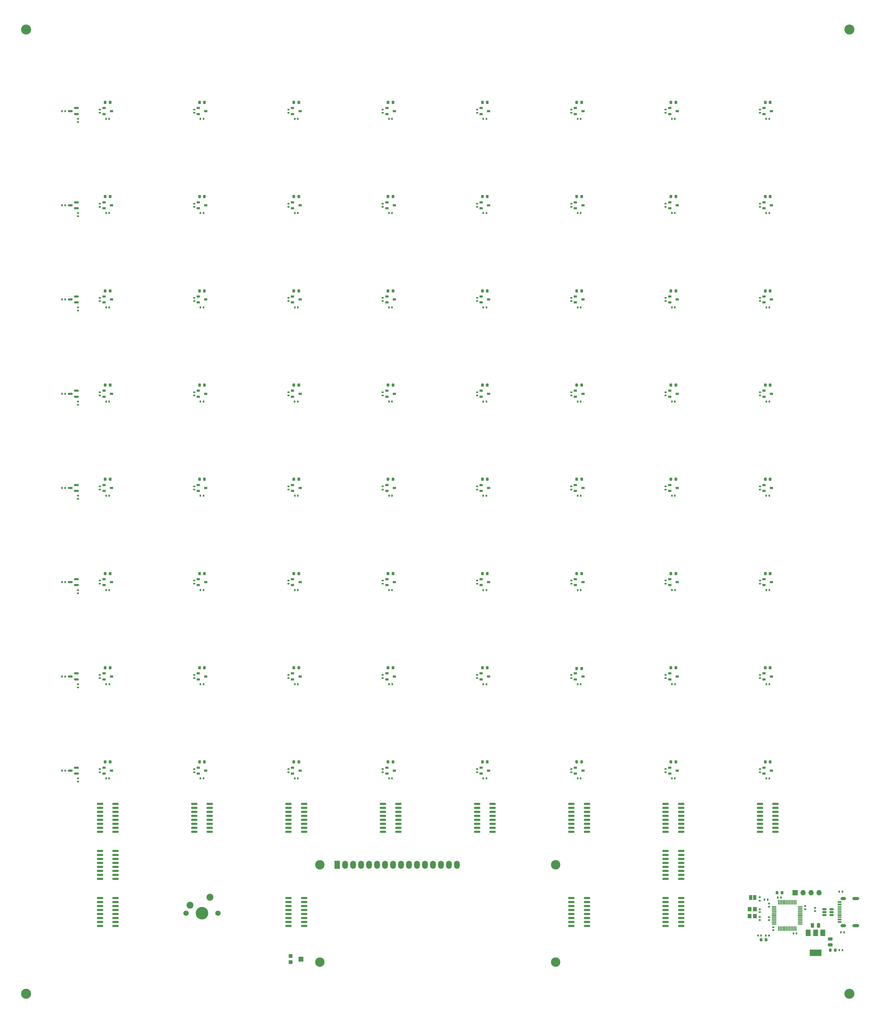
<source format=gbr>
%TF.GenerationSoftware,KiCad,Pcbnew,7.0.5*%
%TF.CreationDate,2023-06-01T20:25:25+12:00*%
%TF.ProjectId,ChessBoardKiCad,43686573-7342-46f6-9172-644b69436164,rev?*%
%TF.SameCoordinates,Original*%
%TF.FileFunction,Soldermask,Top*%
%TF.FilePolarity,Negative*%
%FSLAX46Y46*%
G04 Gerber Fmt 4.6, Leading zero omitted, Abs format (unit mm)*
G04 Created by KiCad (PCBNEW 7.0.5) date 2023-06-01 20:25:25*
%MOMM*%
%LPD*%
G01*
G04 APERTURE LIST*
G04 Aperture macros list*
%AMRoundRect*
0 Rectangle with rounded corners*
0 $1 Rounding radius*
0 $2 $3 $4 $5 $6 $7 $8 $9 X,Y pos of 4 corners*
0 Add a 4 corners polygon primitive as box body*
4,1,4,$2,$3,$4,$5,$6,$7,$8,$9,$2,$3,0*
0 Add four circle primitives for the rounded corners*
1,1,$1+$1,$2,$3*
1,1,$1+$1,$4,$5*
1,1,$1+$1,$6,$7*
1,1,$1+$1,$8,$9*
0 Add four rect primitives between the rounded corners*
20,1,$1+$1,$2,$3,$4,$5,0*
20,1,$1+$1,$4,$5,$6,$7,0*
20,1,$1+$1,$6,$7,$8,$9,0*
20,1,$1+$1,$8,$9,$2,$3,0*%
G04 Aperture macros list end*
%ADD10R,1.000000X0.700000*%
%ADD11RoundRect,0.218750X0.218750X0.256250X-0.218750X0.256250X-0.218750X-0.256250X0.218750X-0.256250X0*%
%ADD12RoundRect,0.135000X-0.185000X0.135000X-0.185000X-0.135000X0.185000X-0.135000X0.185000X0.135000X0*%
%ADD13RoundRect,0.140000X-0.140000X-0.170000X0.140000X-0.170000X0.140000X0.170000X-0.140000X0.170000X0*%
%ADD14RoundRect,0.250000X0.475000X-0.250000X0.475000X0.250000X-0.475000X0.250000X-0.475000X-0.250000X0*%
%ADD15RoundRect,0.150000X0.587500X0.150000X-0.587500X0.150000X-0.587500X-0.150000X0.587500X-0.150000X0*%
%ADD16C,3.200000*%
%ADD17R,1.700000X1.700000*%
%ADD18O,1.700000X1.700000*%
%ADD19RoundRect,0.150000X-0.825000X-0.150000X0.825000X-0.150000X0.825000X0.150000X-0.825000X0.150000X0*%
%ADD20RoundRect,0.135000X0.135000X0.185000X-0.135000X0.185000X-0.135000X-0.185000X0.135000X-0.185000X0*%
%ADD21RoundRect,0.135000X-0.135000X-0.185000X0.135000X-0.185000X0.135000X0.185000X-0.135000X0.185000X0*%
%ADD22R,1.200000X1.400000*%
%ADD23RoundRect,0.140000X-0.170000X0.140000X-0.170000X-0.140000X0.170000X-0.140000X0.170000X0.140000X0*%
%ADD24RoundRect,0.140000X0.140000X0.170000X-0.140000X0.170000X-0.140000X-0.170000X0.140000X-0.170000X0*%
%ADD25R,1.500000X2.000000*%
%ADD26R,3.800000X2.000000*%
%ADD27C,3.000000*%
%ADD28R,1.800000X2.600000*%
%ADD29O,1.800000X2.600000*%
%ADD30RoundRect,0.135000X0.185000X-0.135000X0.185000X0.135000X-0.185000X0.135000X-0.185000X-0.135000X0*%
%ADD31RoundRect,0.140000X0.170000X-0.140000X0.170000X0.140000X-0.170000X0.140000X-0.170000X-0.140000X0*%
%ADD32RoundRect,0.225000X-0.225000X-0.250000X0.225000X-0.250000X0.225000X0.250000X-0.225000X0.250000X0*%
%ADD33R,1.000000X1.500000*%
%ADD34C,1.700000*%
%ADD35C,4.000000*%
%ADD36C,2.200000*%
%ADD37RoundRect,0.250000X-0.250000X-0.475000X0.250000X-0.475000X0.250000X0.475000X-0.250000X0.475000X0*%
%ADD38RoundRect,0.075000X-0.662500X-0.075000X0.662500X-0.075000X0.662500X0.075000X-0.662500X0.075000X0*%
%ADD39RoundRect,0.075000X-0.075000X-0.662500X0.075000X-0.662500X0.075000X0.662500X-0.075000X0.662500X0*%
%ADD40R,1.200000X1.200000*%
%ADD41R,1.500000X1.600000*%
%ADD42R,1.150000X0.600000*%
%ADD43R,1.150000X0.300000*%
%ADD44O,1.800000X1.000000*%
%ADD45O,2.200000X1.000000*%
%ADD46RoundRect,0.150000X0.512500X0.150000X-0.512500X0.150000X-0.512500X-0.150000X0.512500X-0.150000X0*%
G04 APERTURE END LIST*
D10*
%TO.C,U27*%
X343800000Y-134050000D03*
X343800000Y-135950000D03*
X346200000Y-135000000D03*
%TD*%
%TO.C,U43*%
X343800000Y-194050000D03*
X343800000Y-195950000D03*
X346200000Y-195000000D03*
%TD*%
D11*
%TO.C,D11*%
X255787500Y-102250000D03*
X254212500Y-102250000D03*
%TD*%
D12*
%TO.C,R14*%
X432500000Y-74490000D03*
X432500000Y-75510000D03*
%TD*%
D10*
%TO.C,U36*%
X373800000Y-164050000D03*
X373800000Y-165950000D03*
X376200000Y-165000000D03*
%TD*%
%TO.C,U41*%
X283800000Y-194050000D03*
X283800000Y-195950000D03*
X286200000Y-195000000D03*
%TD*%
D13*
%TO.C,C77*%
X434540000Y-287500000D03*
X435500000Y-287500000D03*
%TD*%
D12*
%TO.C,R68*%
X342500000Y-254500000D03*
X342500000Y-255520000D03*
%TD*%
D10*
%TO.C,U9*%
X283800000Y-74050000D03*
X283800000Y-75950000D03*
X286200000Y-75000000D03*
%TD*%
D14*
%TO.C,C10*%
X454900000Y-340470000D03*
X454900000Y-338570000D03*
%TD*%
D11*
%TO.C,D37*%
X315787500Y-192250000D03*
X314212500Y-192250000D03*
%TD*%
%TO.C,D10*%
X225787500Y-102250000D03*
X224212500Y-102250000D03*
%TD*%
D12*
%TO.C,R30*%
X432500000Y-134490000D03*
X432500000Y-135510000D03*
%TD*%
%TO.C,R24*%
X252500000Y-134490000D03*
X252500000Y-135510000D03*
%TD*%
%TO.C,R77*%
X312500000Y-284500000D03*
X312500000Y-285520000D03*
%TD*%
D11*
%TO.C,D39*%
X375787500Y-192250000D03*
X374212500Y-192250000D03*
%TD*%
%TO.C,D56*%
X405787500Y-252250000D03*
X404212500Y-252250000D03*
%TD*%
D12*
%TO.C,R61*%
X432500000Y-224490000D03*
X432500000Y-225510000D03*
%TD*%
D15*
%TO.C,Q1*%
X215000000Y-75950000D03*
X215000000Y-74050000D03*
X213125000Y-75000000D03*
%TD*%
D12*
%TO.C,R80*%
X402500000Y-284490000D03*
X402500000Y-285510000D03*
%TD*%
%TO.C,R79*%
X372500000Y-284490000D03*
X372500000Y-285510000D03*
%TD*%
D10*
%TO.C,U20*%
X373800000Y-104050000D03*
X373800000Y-105950000D03*
X376200000Y-105000000D03*
%TD*%
D16*
%TO.C,H3*%
X461000000Y-49000000D03*
%TD*%
D10*
%TO.C,U56*%
X223800000Y-254050000D03*
X223800000Y-255950000D03*
X226200000Y-255000000D03*
%TD*%
%TO.C,U38*%
X433800000Y-164050000D03*
X433800000Y-165950000D03*
X436200000Y-165000000D03*
%TD*%
D13*
%TO.C,C46*%
X224520000Y-197500000D03*
X225480000Y-197500000D03*
%TD*%
D12*
%TO.C,R75*%
X252500000Y-284490000D03*
X252500000Y-285510000D03*
%TD*%
D17*
%TO.C,J2*%
X443700000Y-323857500D03*
D18*
X446240000Y-323857500D03*
X448780000Y-323857500D03*
X451320000Y-323857500D03*
%TD*%
D19*
%TO.C,U75*%
X252525000Y-295555000D03*
X252525000Y-296825000D03*
X252525000Y-298095000D03*
X252525000Y-299365000D03*
X252525000Y-300635000D03*
X252525000Y-301905000D03*
X252525000Y-303175000D03*
X252525000Y-304445000D03*
X257475000Y-304445000D03*
X257475000Y-303175000D03*
X257475000Y-301905000D03*
X257475000Y-300635000D03*
X257475000Y-299365000D03*
X257475000Y-298095000D03*
X257475000Y-296825000D03*
X257475000Y-295555000D03*
%TD*%
D10*
%TO.C,U54*%
X403800000Y-224050000D03*
X403800000Y-225950000D03*
X406200000Y-225000000D03*
%TD*%
D12*
%TO.C,R28*%
X372500000Y-134490000D03*
X372500000Y-135510000D03*
%TD*%
D10*
%TO.C,U30*%
X433800000Y-134050000D03*
X433800000Y-135950000D03*
X436200000Y-135000000D03*
%TD*%
D11*
%TO.C,D36*%
X285787500Y-192250000D03*
X284212500Y-192250000D03*
%TD*%
D20*
%TO.C,R2*%
X434960000Y-326107500D03*
X433940000Y-326107500D03*
%TD*%
D12*
%TO.C,R17*%
X282500000Y-104490000D03*
X282500000Y-105510000D03*
%TD*%
D13*
%TO.C,C44*%
X404520000Y-167500000D03*
X405480000Y-167500000D03*
%TD*%
D11*
%TO.C,D44*%
X285787500Y-222250000D03*
X284212500Y-222250000D03*
%TD*%
%TO.C,D40*%
X405787500Y-192250000D03*
X404212500Y-192250000D03*
%TD*%
D21*
%TO.C,R41*%
X210480000Y-105000000D03*
X211500000Y-105000000D03*
%TD*%
D13*
%TO.C,C65*%
X314540000Y-257500000D03*
X315500000Y-257500000D03*
%TD*%
D11*
%TO.C,D41*%
X435787500Y-192250000D03*
X434212500Y-192250000D03*
%TD*%
D12*
%TO.C,R74*%
X222500000Y-284500000D03*
X222500000Y-285520000D03*
%TD*%
D13*
%TO.C,C28*%
X404520000Y-107500000D03*
X405480000Y-107500000D03*
%TD*%
%TO.C,C69*%
X434540000Y-257500000D03*
X435500000Y-257500000D03*
%TD*%
D10*
%TO.C,U31*%
X223800000Y-164050000D03*
X223800000Y-165950000D03*
X226200000Y-165000000D03*
%TD*%
%TO.C,U58*%
X283800000Y-254050000D03*
X283800000Y-255950000D03*
X286200000Y-255000000D03*
%TD*%
%TO.C,U8*%
X253800000Y-74050000D03*
X253800000Y-75950000D03*
X256200000Y-75000000D03*
%TD*%
D11*
%TO.C,D17*%
X435787500Y-102250000D03*
X434212500Y-102250000D03*
%TD*%
D12*
%TO.C,R13*%
X402500000Y-74490000D03*
X402500000Y-75510000D03*
%TD*%
D13*
%TO.C,C50*%
X344520000Y-197500000D03*
X345480000Y-197500000D03*
%TD*%
D19*
%TO.C,U81*%
X432525000Y-295555000D03*
X432525000Y-296825000D03*
X432525000Y-298095000D03*
X432525000Y-299365000D03*
X432525000Y-300635000D03*
X432525000Y-301905000D03*
X432525000Y-303175000D03*
X432525000Y-304445000D03*
X437475000Y-304445000D03*
X437475000Y-303175000D03*
X437475000Y-301905000D03*
X437475000Y-300635000D03*
X437475000Y-299365000D03*
X437475000Y-298095000D03*
X437475000Y-296825000D03*
X437475000Y-295555000D03*
%TD*%
D12*
%TO.C,R32*%
X215500000Y-77490000D03*
X215500000Y-78510000D03*
%TD*%
D13*
%TO.C,C48*%
X284520000Y-197500000D03*
X285480000Y-197500000D03*
%TD*%
D22*
%TO.C,Y1*%
X429250000Y-329107500D03*
X429250000Y-331307500D03*
X430950000Y-331307500D03*
X430950000Y-329107500D03*
%TD*%
D13*
%TO.C,C72*%
X284540000Y-287500000D03*
X285500000Y-287500000D03*
%TD*%
D11*
%TO.C,D63*%
X375787500Y-282250000D03*
X374212500Y-282250000D03*
%TD*%
%TO.C,D18*%
X225787500Y-132250000D03*
X224212500Y-132250000D03*
%TD*%
D21*
%TO.C,R73*%
X210480000Y-225000000D03*
X211500000Y-225000000D03*
%TD*%
D12*
%TO.C,R58*%
X342500000Y-224490000D03*
X342500000Y-225510000D03*
%TD*%
D11*
%TO.C,D4*%
X285787500Y-72250000D03*
X284212500Y-72250000D03*
%TD*%
D13*
%TO.C,C75*%
X374520000Y-287500000D03*
X375480000Y-287500000D03*
%TD*%
D11*
%TO.C,D19*%
X255787500Y-132250000D03*
X254212500Y-132250000D03*
%TD*%
D10*
%TO.C,U49*%
X253800000Y-224050000D03*
X253800000Y-225950000D03*
X256200000Y-225000000D03*
%TD*%
D11*
%TO.C,D16*%
X405787500Y-102250000D03*
X404212500Y-102250000D03*
%TD*%
D13*
%TO.C,C35*%
X374520000Y-137500000D03*
X375480000Y-137500000D03*
%TD*%
D23*
%TO.C,C4*%
X446950000Y-328127500D03*
X446950000Y-329087500D03*
%TD*%
D10*
%TO.C,U52*%
X343800000Y-224050000D03*
X343800000Y-225950000D03*
X346200000Y-225000000D03*
%TD*%
%TO.C,U35*%
X343800000Y-164050000D03*
X343800000Y-165950000D03*
X346200000Y-165000000D03*
%TD*%
%TO.C,U66*%
X253800000Y-284050000D03*
X253800000Y-285950000D03*
X256200000Y-285000000D03*
%TD*%
%TO.C,U37*%
X403800000Y-164050000D03*
X403800000Y-165950000D03*
X406200000Y-165000000D03*
%TD*%
D11*
%TO.C,D64*%
X405787500Y-282250000D03*
X404212500Y-282250000D03*
%TD*%
D12*
%TO.C,R47*%
X342500000Y-194490000D03*
X342500000Y-195510000D03*
%TD*%
D13*
%TO.C,C24*%
X284520000Y-107500000D03*
X285480000Y-107500000D03*
%TD*%
D10*
%TO.C,U26*%
X313800000Y-134050000D03*
X313800000Y-135950000D03*
X316200000Y-135000000D03*
%TD*%
D13*
%TO.C,C59*%
X374540000Y-227500000D03*
X375500000Y-227500000D03*
%TD*%
%TO.C,C42*%
X344520000Y-167500000D03*
X345480000Y-167500000D03*
%TD*%
D10*
%TO.C,U7*%
X223800000Y-74050000D03*
X223800000Y-75950000D03*
X226200000Y-75000000D03*
%TD*%
%TO.C,U71*%
X403800000Y-284050000D03*
X403800000Y-285950000D03*
X406200000Y-285000000D03*
%TD*%
D11*
%TO.C,D59*%
X255787500Y-282250000D03*
X254212500Y-282250000D03*
%TD*%
D15*
%TO.C,Q3*%
X215000000Y-135950000D03*
X215000000Y-134050000D03*
X213125000Y-135000000D03*
%TD*%
D11*
%TO.C,D48*%
X405787500Y-222250000D03*
X404212500Y-222250000D03*
%TD*%
D12*
%TO.C,R27*%
X342500000Y-134490000D03*
X342500000Y-135510000D03*
%TD*%
D19*
%TO.C,U5*%
X402525000Y-325555000D03*
X402525000Y-326825000D03*
X402525000Y-328095000D03*
X402525000Y-329365000D03*
X402525000Y-330635000D03*
X402525000Y-331905000D03*
X402525000Y-333175000D03*
X402525000Y-334445000D03*
X407475000Y-334445000D03*
X407475000Y-333175000D03*
X407475000Y-331905000D03*
X407475000Y-330635000D03*
X407475000Y-329365000D03*
X407475000Y-328095000D03*
X407475000Y-326825000D03*
X407475000Y-325555000D03*
%TD*%
%TO.C,U74*%
X222525000Y-295555000D03*
X222525000Y-296825000D03*
X222525000Y-298095000D03*
X222525000Y-299365000D03*
X222525000Y-300635000D03*
X222525000Y-301905000D03*
X222525000Y-303175000D03*
X222525000Y-304445000D03*
X227475000Y-304445000D03*
X227475000Y-303175000D03*
X227475000Y-301905000D03*
X227475000Y-300635000D03*
X227475000Y-299365000D03*
X227475000Y-298095000D03*
X227475000Y-296825000D03*
X227475000Y-295555000D03*
%TD*%
D11*
%TO.C,FB1*%
X434457500Y-338870000D03*
X432882500Y-338870000D03*
%TD*%
%TO.C,D62*%
X345787500Y-282250000D03*
X344212500Y-282250000D03*
%TD*%
%TO.C,D2*%
X225787500Y-72250000D03*
X224212500Y-72250000D03*
%TD*%
D10*
%TO.C,U29*%
X403800000Y-134050000D03*
X403800000Y-135950000D03*
X406200000Y-135000000D03*
%TD*%
D24*
%TO.C,C2*%
X444160000Y-336857500D03*
X443200000Y-336857500D03*
%TD*%
D11*
%TO.C,D5*%
X315787500Y-72250000D03*
X314212500Y-72250000D03*
%TD*%
%TO.C,D33*%
X435787500Y-162250000D03*
X434212500Y-162250000D03*
%TD*%
D19*
%TO.C,U47*%
X222525000Y-310555000D03*
X222525000Y-311825000D03*
X222525000Y-313095000D03*
X222525000Y-314365000D03*
X222525000Y-315635000D03*
X222525000Y-316905000D03*
X222525000Y-318175000D03*
X222525000Y-319445000D03*
X227475000Y-319445000D03*
X227475000Y-318175000D03*
X227475000Y-316905000D03*
X227475000Y-315635000D03*
X227475000Y-314365000D03*
X227475000Y-313095000D03*
X227475000Y-311825000D03*
X227475000Y-310555000D03*
%TD*%
D12*
%TO.C,R40*%
X432500000Y-164490000D03*
X432500000Y-165510000D03*
%TD*%
%TO.C,R62*%
X215500000Y-167490000D03*
X215500000Y-168510000D03*
%TD*%
D13*
%TO.C,C74*%
X344520000Y-287500000D03*
X345480000Y-287500000D03*
%TD*%
D12*
%TO.C,R12*%
X372500000Y-74490000D03*
X372500000Y-75510000D03*
%TD*%
D11*
%TO.C,D20*%
X285787500Y-132250000D03*
X284212500Y-132250000D03*
%TD*%
D13*
%TO.C,C40*%
X284500000Y-167500000D03*
X285460000Y-167500000D03*
%TD*%
%TO.C,C64*%
X284520000Y-257500000D03*
X285480000Y-257500000D03*
%TD*%
D12*
%TO.C,R33*%
X222500000Y-164490000D03*
X222500000Y-165510000D03*
%TD*%
%TO.C,R18*%
X312500000Y-104490000D03*
X312500000Y-105510000D03*
%TD*%
D10*
%TO.C,U15*%
X223800000Y-104050000D03*
X223800000Y-105950000D03*
X226200000Y-105000000D03*
%TD*%
D11*
%TO.C,D49*%
X435787500Y-222250000D03*
X434212500Y-222250000D03*
%TD*%
D10*
%TO.C,U14*%
X433800000Y-74050000D03*
X433800000Y-75950000D03*
X436200000Y-75000000D03*
%TD*%
%TO.C,U19*%
X343800000Y-104050000D03*
X343800000Y-105950000D03*
X346200000Y-105000000D03*
%TD*%
D25*
%TO.C,U1*%
X452500000Y-336670000D03*
X450200000Y-336670000D03*
D26*
X450200000Y-342970000D03*
D25*
X447900000Y-336670000D03*
%TD*%
D27*
%TO.C,DS1*%
X292500900Y-315000000D03*
X292500900Y-346000700D03*
X367499480Y-346000700D03*
X367500000Y-315000000D03*
D28*
X298000000Y-315000000D03*
D29*
X300540000Y-315000000D03*
X303080000Y-315000000D03*
X305620000Y-315000000D03*
X308160000Y-315000000D03*
X310700000Y-315000000D03*
X313240000Y-315000000D03*
X315780000Y-315000000D03*
X318320000Y-315000000D03*
X320860000Y-315000000D03*
X323400000Y-315000000D03*
X325940000Y-315000000D03*
X328480000Y-315000000D03*
X331020000Y-315000000D03*
X333560000Y-315000000D03*
X336100000Y-315000000D03*
%TD*%
D20*
%TO.C,R1*%
X458810000Y-342120000D03*
X457790000Y-342120000D03*
%TD*%
D30*
%TO.C,R6*%
X450100000Y-329710000D03*
X450100000Y-328690000D03*
%TD*%
D12*
%TO.C,R39*%
X402500000Y-164490000D03*
X402500000Y-165510000D03*
%TD*%
D31*
%TO.C,C12*%
X432450000Y-330087500D03*
X432450000Y-329127500D03*
%TD*%
D11*
%TO.C,D14*%
X345787500Y-102250000D03*
X344212500Y-102250000D03*
%TD*%
D13*
%TO.C,C5*%
X438240000Y-325357500D03*
X439200000Y-325357500D03*
%TD*%
D12*
%TO.C,R86*%
X215500000Y-287490000D03*
X215500000Y-288510000D03*
%TD*%
D11*
%TO.C,D32*%
X405787500Y-162250000D03*
X404212500Y-162250000D03*
%TD*%
D31*
%TO.C,C6*%
X435450000Y-332587500D03*
X435450000Y-331627500D03*
%TD*%
D10*
%TO.C,U28*%
X373800000Y-134050000D03*
X373800000Y-135950000D03*
X376200000Y-135000000D03*
%TD*%
D12*
%TO.C,R15*%
X222500000Y-104490000D03*
X222500000Y-105510000D03*
%TD*%
D15*
%TO.C,Q5*%
X215000000Y-195950000D03*
X215000000Y-194050000D03*
X213125000Y-195000000D03*
%TD*%
D12*
%TO.C,R69*%
X372500000Y-254490000D03*
X372500000Y-255510000D03*
%TD*%
D10*
%TO.C,U13*%
X403800000Y-74050000D03*
X403800000Y-75950000D03*
X406200000Y-75000000D03*
%TD*%
D19*
%TO.C,U64*%
X222525000Y-325555000D03*
X222525000Y-326825000D03*
X222525000Y-328095000D03*
X222525000Y-329365000D03*
X222525000Y-330635000D03*
X222525000Y-331905000D03*
X222525000Y-333175000D03*
X222525000Y-334445000D03*
X227475000Y-334445000D03*
X227475000Y-333175000D03*
X227475000Y-331905000D03*
X227475000Y-330635000D03*
X227475000Y-329365000D03*
X227475000Y-328095000D03*
X227475000Y-326825000D03*
X227475000Y-325555000D03*
%TD*%
D10*
%TO.C,U18*%
X313800000Y-104050000D03*
X313800000Y-105950000D03*
X316200000Y-105000000D03*
%TD*%
D12*
%TO.C,R50*%
X432500000Y-194490000D03*
X432500000Y-195510000D03*
%TD*%
D10*
%TO.C,U25*%
X283800000Y-134050000D03*
X283800000Y-135950000D03*
X286200000Y-135000000D03*
%TD*%
D12*
%TO.C,R36*%
X312500000Y-164500000D03*
X312500000Y-165520000D03*
%TD*%
D13*
%TO.C,C51*%
X374540000Y-197500000D03*
X375500000Y-197500000D03*
%TD*%
D12*
%TO.C,R20*%
X372500000Y-104490000D03*
X372500000Y-105510000D03*
%TD*%
D21*
%TO.C,R5*%
X458240000Y-336500000D03*
X459260000Y-336500000D03*
%TD*%
D19*
%TO.C,U6*%
X402525000Y-310555000D03*
X402525000Y-311825000D03*
X402525000Y-313095000D03*
X402525000Y-314365000D03*
X402525000Y-315635000D03*
X402525000Y-316905000D03*
X402525000Y-318175000D03*
X402525000Y-319445000D03*
X407475000Y-319445000D03*
X407475000Y-318175000D03*
X407475000Y-316905000D03*
X407475000Y-315635000D03*
X407475000Y-314365000D03*
X407475000Y-313095000D03*
X407475000Y-311825000D03*
X407475000Y-310555000D03*
%TD*%
D10*
%TO.C,U40*%
X253800000Y-194050000D03*
X253800000Y-195950000D03*
X256200000Y-195000000D03*
%TD*%
D11*
%TO.C,D43*%
X255787500Y-222250000D03*
X254212500Y-222250000D03*
%TD*%
D12*
%TO.C,R22*%
X432500000Y-104490000D03*
X432500000Y-105510000D03*
%TD*%
D23*
%TO.C,C13*%
X432450000Y-331607500D03*
X432450000Y-332567500D03*
%TD*%
D11*
%TO.C,D3*%
X255787500Y-72250000D03*
X254212500Y-72250000D03*
%TD*%
D12*
%TO.C,R70*%
X402500000Y-254490000D03*
X402500000Y-255510000D03*
%TD*%
D13*
%TO.C,C41*%
X314520000Y-167500000D03*
X315480000Y-167500000D03*
%TD*%
D11*
%TO.C,D6*%
X345787500Y-72250000D03*
X344212500Y-72250000D03*
%TD*%
%TO.C,D25*%
X435787500Y-132250000D03*
X434212500Y-132250000D03*
%TD*%
%TO.C,D47*%
X375787500Y-222250000D03*
X374212500Y-222250000D03*
%TD*%
D13*
%TO.C,C53*%
X434520000Y-197500000D03*
X435480000Y-197500000D03*
%TD*%
D11*
%TO.C,D30*%
X345787500Y-162250000D03*
X344212500Y-162250000D03*
%TD*%
D12*
%TO.C,R26*%
X312500000Y-134490000D03*
X312500000Y-135510000D03*
%TD*%
D19*
%TO.C,U4*%
X372525000Y-325555000D03*
X372525000Y-326825000D03*
X372525000Y-328095000D03*
X372525000Y-329365000D03*
X372525000Y-330635000D03*
X372525000Y-331905000D03*
X372525000Y-333175000D03*
X372525000Y-334445000D03*
X377475000Y-334445000D03*
X377475000Y-333175000D03*
X377475000Y-331905000D03*
X377475000Y-330635000D03*
X377475000Y-329365000D03*
X377475000Y-328095000D03*
X377475000Y-326825000D03*
X377475000Y-325555000D03*
%TD*%
D10*
%TO.C,U60*%
X343800000Y-254050000D03*
X343800000Y-255950000D03*
X346200000Y-255000000D03*
%TD*%
D12*
%TO.C,R55*%
X252500000Y-224500000D03*
X252500000Y-225520000D03*
%TD*%
D13*
%TO.C,C23*%
X254500000Y-107500000D03*
X255460000Y-107500000D03*
%TD*%
%TO.C,C30*%
X224500000Y-137500000D03*
X225460000Y-137500000D03*
%TD*%
D11*
%TO.C,D34*%
X225787500Y-192250000D03*
X224212500Y-192250000D03*
%TD*%
%TO.C,D23*%
X375787500Y-132250000D03*
X374212500Y-132250000D03*
%TD*%
D13*
%TO.C,C18*%
X344520000Y-77500000D03*
X345480000Y-77500000D03*
%TD*%
D12*
%TO.C,R82*%
X215500000Y-227490000D03*
X215500000Y-228510000D03*
%TD*%
D11*
%TO.C,D21*%
X315787500Y-132250000D03*
X314212500Y-132250000D03*
%TD*%
D30*
%TO.C,R3*%
X432450000Y-326367500D03*
X432450000Y-325347500D03*
%TD*%
D11*
%TO.C,D9*%
X435787500Y-72250000D03*
X434212500Y-72250000D03*
%TD*%
%TO.C,D24*%
X405787500Y-132250000D03*
X404212500Y-132250000D03*
%TD*%
%TO.C,D50*%
X225787500Y-252250000D03*
X224212500Y-252250000D03*
%TD*%
%TO.C,D12*%
X285787500Y-102250000D03*
X284212500Y-102250000D03*
%TD*%
D19*
%TO.C,U78*%
X342525000Y-295555000D03*
X342525000Y-296825000D03*
X342525000Y-298095000D03*
X342525000Y-299365000D03*
X342525000Y-300635000D03*
X342525000Y-301905000D03*
X342525000Y-303175000D03*
X342525000Y-304445000D03*
X347475000Y-304445000D03*
X347475000Y-303175000D03*
X347475000Y-301905000D03*
X347475000Y-300635000D03*
X347475000Y-299365000D03*
X347475000Y-298095000D03*
X347475000Y-296825000D03*
X347475000Y-295555000D03*
%TD*%
D12*
%TO.C,R16*%
X252500000Y-104490000D03*
X252500000Y-105510000D03*
%TD*%
D32*
%TO.C,C1*%
X437975000Y-323857500D03*
X439525000Y-323857500D03*
%TD*%
D19*
%TO.C,U76*%
X282525000Y-295555000D03*
X282525000Y-296825000D03*
X282525000Y-298095000D03*
X282525000Y-299365000D03*
X282525000Y-300635000D03*
X282525000Y-301905000D03*
X282525000Y-303175000D03*
X282525000Y-304445000D03*
X287475000Y-304445000D03*
X287475000Y-303175000D03*
X287475000Y-301905000D03*
X287475000Y-300635000D03*
X287475000Y-299365000D03*
X287475000Y-298095000D03*
X287475000Y-296825000D03*
X287475000Y-295555000D03*
%TD*%
D13*
%TO.C,C34*%
X344520000Y-137500000D03*
X345480000Y-137500000D03*
%TD*%
D10*
%TO.C,U53*%
X373800000Y-224050000D03*
X373800000Y-225950000D03*
X376200000Y-225000000D03*
%TD*%
D11*
%TO.C,D46*%
X345787500Y-222250000D03*
X344212500Y-222250000D03*
%TD*%
D21*
%TO.C,R53*%
X210480000Y-165000000D03*
X211500000Y-165000000D03*
%TD*%
D11*
%TO.C,D8*%
X405787500Y-72250000D03*
X404212500Y-72250000D03*
%TD*%
D12*
%TO.C,R44*%
X252500000Y-194490000D03*
X252500000Y-195510000D03*
%TD*%
%TO.C,R76*%
X282500000Y-284500000D03*
X282500000Y-285520000D03*
%TD*%
D13*
%TO.C,C25*%
X314520000Y-107500000D03*
X315480000Y-107500000D03*
%TD*%
D12*
%TO.C,R49*%
X402500000Y-194490000D03*
X402500000Y-195510000D03*
%TD*%
D33*
%TO.C,JP1*%
X429550000Y-325357500D03*
X430850000Y-325357500D03*
%TD*%
D12*
%TO.C,R29*%
X402500000Y-134490000D03*
X402500000Y-135510000D03*
%TD*%
%TO.C,R9*%
X282500000Y-74490000D03*
X282500000Y-75510000D03*
%TD*%
D10*
%TO.C,U63*%
X433800000Y-254050000D03*
X433800000Y-255950000D03*
X436200000Y-255000000D03*
%TD*%
D21*
%TO.C,R31*%
X210480000Y-75000000D03*
X211500000Y-75000000D03*
%TD*%
D11*
%TO.C,D65*%
X435787500Y-282250000D03*
X434212500Y-282250000D03*
%TD*%
D15*
%TO.C,Q8*%
X215000000Y-285950000D03*
X215000000Y-284050000D03*
X213125000Y-285000000D03*
%TD*%
D12*
%TO.C,R57*%
X312500000Y-224490000D03*
X312500000Y-225510000D03*
%TD*%
D10*
%TO.C,U10*%
X313800000Y-74050000D03*
X313800000Y-75950000D03*
X316200000Y-75000000D03*
%TD*%
D11*
%TO.C,D22*%
X345787500Y-132250000D03*
X344212500Y-132250000D03*
%TD*%
D10*
%TO.C,U11*%
X343800000Y-74050000D03*
X343800000Y-75950000D03*
X346200000Y-75000000D03*
%TD*%
D13*
%TO.C,C43*%
X374520000Y-167500000D03*
X375480000Y-167500000D03*
%TD*%
%TO.C,C20*%
X404520000Y-77500000D03*
X405480000Y-77500000D03*
%TD*%
D12*
%TO.C,R84*%
X215500000Y-257490000D03*
X215500000Y-258510000D03*
%TD*%
D13*
%TO.C,C56*%
X284520000Y-227500000D03*
X285480000Y-227500000D03*
%TD*%
D11*
%TO.C,D28*%
X285787500Y-162250000D03*
X284212500Y-162250000D03*
%TD*%
D21*
%TO.C,R83*%
X210480000Y-255000000D03*
X211500000Y-255000000D03*
%TD*%
D13*
%TO.C,C63*%
X254520000Y-257500000D03*
X255480000Y-257500000D03*
%TD*%
D12*
%TO.C,R67*%
X312500000Y-254490000D03*
X312500000Y-255510000D03*
%TD*%
D10*
%TO.C,U45*%
X403800000Y-194050000D03*
X403800000Y-195950000D03*
X406200000Y-195000000D03*
%TD*%
%TO.C,U12*%
X373800000Y-74050000D03*
X373800000Y-75950000D03*
X376200000Y-75000000D03*
%TD*%
D19*
%TO.C,U80*%
X402525000Y-295555000D03*
X402525000Y-296825000D03*
X402525000Y-298095000D03*
X402525000Y-299365000D03*
X402525000Y-300635000D03*
X402525000Y-301905000D03*
X402525000Y-303175000D03*
X402525000Y-304445000D03*
X407475000Y-304445000D03*
X407475000Y-303175000D03*
X407475000Y-301905000D03*
X407475000Y-300635000D03*
X407475000Y-299365000D03*
X407475000Y-298095000D03*
X407475000Y-296825000D03*
X407475000Y-295555000D03*
%TD*%
D13*
%TO.C,C21*%
X434520000Y-77500000D03*
X435480000Y-77500000D03*
%TD*%
D12*
%TO.C,R72*%
X215500000Y-197490000D03*
X215500000Y-198510000D03*
%TD*%
D11*
%TO.C,D27*%
X255787500Y-162250000D03*
X254212500Y-162250000D03*
%TD*%
D12*
%TO.C,R34*%
X252500000Y-164500000D03*
X252500000Y-165520000D03*
%TD*%
D10*
%TO.C,U59*%
X313800000Y-254050000D03*
X313800000Y-255950000D03*
X316200000Y-255000000D03*
%TD*%
D13*
%TO.C,C15*%
X254520000Y-77500000D03*
X255480000Y-77500000D03*
%TD*%
D11*
%TO.C,D42*%
X225787500Y-222250000D03*
X224212500Y-222250000D03*
%TD*%
%TO.C,D45*%
X315787500Y-222250000D03*
X314212500Y-222250000D03*
%TD*%
D13*
%TO.C,C36*%
X404520000Y-137500000D03*
X405480000Y-137500000D03*
%TD*%
%TO.C,C45*%
X434540000Y-167500000D03*
X435500000Y-167500000D03*
%TD*%
D10*
%TO.C,U16*%
X253800000Y-104050000D03*
X253800000Y-105950000D03*
X256200000Y-105000000D03*
%TD*%
D13*
%TO.C,C27*%
X374520000Y-107500000D03*
X375480000Y-107500000D03*
%TD*%
D16*
%TO.C,H4*%
X199000000Y-356000000D03*
%TD*%
D19*
%TO.C,U73*%
X282525000Y-325555000D03*
X282525000Y-326825000D03*
X282525000Y-328095000D03*
X282525000Y-329365000D03*
X282525000Y-330635000D03*
X282525000Y-331905000D03*
X282525000Y-333175000D03*
X282525000Y-334445000D03*
X287475000Y-334445000D03*
X287475000Y-333175000D03*
X287475000Y-331905000D03*
X287475000Y-330635000D03*
X287475000Y-329365000D03*
X287475000Y-328095000D03*
X287475000Y-326825000D03*
X287475000Y-325555000D03*
%TD*%
D13*
%TO.C,C71*%
X254520000Y-287500000D03*
X255480000Y-287500000D03*
%TD*%
%TO.C,C58*%
X344520000Y-227500000D03*
X345480000Y-227500000D03*
%TD*%
%TO.C,C70*%
X224520000Y-287500000D03*
X225480000Y-287500000D03*
%TD*%
D12*
%TO.C,R43*%
X222500000Y-194490000D03*
X222500000Y-195510000D03*
%TD*%
%TO.C,R8*%
X252500000Y-74490000D03*
X252500000Y-75510000D03*
%TD*%
%TO.C,R65*%
X252500000Y-254490000D03*
X252500000Y-255510000D03*
%TD*%
D10*
%TO.C,U44*%
X373800000Y-194050000D03*
X373800000Y-195950000D03*
X376200000Y-195000000D03*
%TD*%
D13*
%TO.C,C67*%
X374520000Y-257500000D03*
X375480000Y-257500000D03*
%TD*%
%TO.C,C49*%
X314520000Y-197500000D03*
X315480000Y-197500000D03*
%TD*%
D10*
%TO.C,U24*%
X253800000Y-134050000D03*
X253800000Y-135950000D03*
X256200000Y-135000000D03*
%TD*%
D13*
%TO.C,C17*%
X314520000Y-77500000D03*
X315480000Y-77500000D03*
%TD*%
%TO.C,C55*%
X254520000Y-227500000D03*
X255480000Y-227500000D03*
%TD*%
D11*
%TO.C,D29*%
X315787500Y-162250000D03*
X314212500Y-162250000D03*
%TD*%
D13*
%TO.C,C26*%
X344520000Y-107500000D03*
X345480000Y-107500000D03*
%TD*%
D10*
%TO.C,U65*%
X223800000Y-284050000D03*
X223800000Y-285950000D03*
X226200000Y-285000000D03*
%TD*%
D19*
%TO.C,U77*%
X312525000Y-295555000D03*
X312525000Y-296825000D03*
X312525000Y-298095000D03*
X312525000Y-299365000D03*
X312525000Y-300635000D03*
X312525000Y-301905000D03*
X312525000Y-303175000D03*
X312525000Y-304445000D03*
X317475000Y-304445000D03*
X317475000Y-303175000D03*
X317475000Y-301905000D03*
X317475000Y-300635000D03*
X317475000Y-299365000D03*
X317475000Y-298095000D03*
X317475000Y-296825000D03*
X317475000Y-295555000D03*
%TD*%
D13*
%TO.C,C32*%
X284520000Y-137500000D03*
X285480000Y-137500000D03*
%TD*%
D12*
%TO.C,R42*%
X215500000Y-107490000D03*
X215500000Y-108510000D03*
%TD*%
D13*
%TO.C,C39*%
X254520000Y-167500000D03*
X255480000Y-167500000D03*
%TD*%
%TO.C,C31*%
X254520000Y-137500000D03*
X255480000Y-137500000D03*
%TD*%
D10*
%TO.C,U67*%
X283800000Y-284050000D03*
X283800000Y-285950000D03*
X286200000Y-285000000D03*
%TD*%
D34*
%TO.C,SW1*%
X249920000Y-330357500D03*
D35*
X255000000Y-330357500D03*
D34*
X260080000Y-330357500D03*
D36*
X257540000Y-325277500D03*
X251190000Y-327817500D03*
%TD*%
D10*
%TO.C,U22*%
X433800000Y-104050000D03*
X433800000Y-105950000D03*
X436200000Y-105000000D03*
%TD*%
D12*
%TO.C,R60*%
X402500000Y-224500000D03*
X402500000Y-225520000D03*
%TD*%
%TO.C,R35*%
X282500000Y-164500000D03*
X282500000Y-165520000D03*
%TD*%
D13*
%TO.C,C54*%
X224520000Y-227500000D03*
X225480000Y-227500000D03*
%TD*%
D12*
%TO.C,R25*%
X282500000Y-134490000D03*
X282500000Y-135510000D03*
%TD*%
D10*
%TO.C,U50*%
X283800000Y-224050000D03*
X283800000Y-225950000D03*
X286200000Y-225000000D03*
%TD*%
D12*
%TO.C,R38*%
X372500000Y-164500000D03*
X372500000Y-165520000D03*
%TD*%
D10*
%TO.C,U32*%
X253800000Y-164050000D03*
X253800000Y-165950000D03*
X256200000Y-165000000D03*
%TD*%
D11*
%TO.C,D35*%
X255787500Y-192250000D03*
X254212500Y-192250000D03*
%TD*%
D15*
%TO.C,Q2*%
X215000000Y-105950000D03*
X215000000Y-104050000D03*
X213125000Y-105000000D03*
%TD*%
D11*
%TO.C,D7*%
X375787500Y-72250000D03*
X374212500Y-72250000D03*
%TD*%
D13*
%TO.C,C47*%
X254520000Y-197500000D03*
X255480000Y-197500000D03*
%TD*%
D12*
%TO.C,R19*%
X342500000Y-104490000D03*
X342500000Y-105510000D03*
%TD*%
D16*
%TO.C,H2*%
X461000000Y-356000000D03*
%TD*%
D12*
%TO.C,R48*%
X372500000Y-194490000D03*
X372500000Y-195510000D03*
%TD*%
%TO.C,R45*%
X282500000Y-194490000D03*
X282500000Y-195510000D03*
%TD*%
D13*
%TO.C,C33*%
X314520000Y-137500000D03*
X315480000Y-137500000D03*
%TD*%
D11*
%TO.C,D55*%
X375787500Y-252500000D03*
X374212500Y-252500000D03*
%TD*%
D13*
%TO.C,C37*%
X434540000Y-137500000D03*
X435500000Y-137500000D03*
%TD*%
D10*
%TO.C,U68*%
X313800000Y-284050000D03*
X313800000Y-285950000D03*
X316200000Y-285000000D03*
%TD*%
D11*
%TO.C,D54*%
X345787500Y-252250000D03*
X344212500Y-252250000D03*
%TD*%
%TO.C,D38*%
X345787500Y-192250000D03*
X344212500Y-192250000D03*
%TD*%
D10*
%TO.C,U21*%
X403800000Y-104050000D03*
X403800000Y-105950000D03*
X406200000Y-105000000D03*
%TD*%
%TO.C,U61*%
X373800000Y-254050000D03*
X373800000Y-255950000D03*
X376200000Y-255000000D03*
%TD*%
D13*
%TO.C,C14*%
X224520000Y-77500000D03*
X225480000Y-77500000D03*
%TD*%
D11*
%TO.C,D53*%
X315787500Y-252250000D03*
X314212500Y-252250000D03*
%TD*%
D10*
%TO.C,U46*%
X433800000Y-194050000D03*
X433800000Y-195950000D03*
X436200000Y-195000000D03*
%TD*%
D11*
%TO.C,D13*%
X315787500Y-102250000D03*
X314212500Y-102250000D03*
%TD*%
D13*
%TO.C,C16*%
X284520000Y-77500000D03*
X285480000Y-77500000D03*
%TD*%
D10*
%TO.C,U17*%
X283800000Y-104050000D03*
X283800000Y-105950000D03*
X286200000Y-105000000D03*
%TD*%
D12*
%TO.C,R23*%
X222500000Y-134490000D03*
X222500000Y-135510000D03*
%TD*%
%TO.C,R66*%
X282500000Y-254490000D03*
X282500000Y-255510000D03*
%TD*%
%TO.C,R81*%
X432500000Y-284480000D03*
X432500000Y-285500000D03*
%TD*%
D11*
%TO.C,D61*%
X315787500Y-282250000D03*
X314212500Y-282250000D03*
%TD*%
D24*
%TO.C,C8*%
X432880000Y-337520000D03*
X431920000Y-337520000D03*
%TD*%
D13*
%TO.C,C60*%
X404540000Y-227500000D03*
X405500000Y-227500000D03*
%TD*%
D12*
%TO.C,R46*%
X312500000Y-194490000D03*
X312500000Y-195510000D03*
%TD*%
D13*
%TO.C,C66*%
X344520000Y-257500000D03*
X345480000Y-257500000D03*
%TD*%
D11*
%TO.C,D57*%
X435787500Y-252250000D03*
X434212500Y-252250000D03*
%TD*%
D13*
%TO.C,C29*%
X434520000Y-107500000D03*
X435480000Y-107500000D03*
%TD*%
D15*
%TO.C,Q7*%
X215000000Y-255950000D03*
X215000000Y-254050000D03*
X213125000Y-255000000D03*
%TD*%
D10*
%TO.C,U70*%
X373800000Y-284050000D03*
X373800000Y-285950000D03*
X376200000Y-285000000D03*
%TD*%
%TO.C,U57*%
X253800000Y-254050000D03*
X253800000Y-255950000D03*
X256200000Y-255000000D03*
%TD*%
%TO.C,U72*%
X433800000Y-284050000D03*
X433800000Y-285950000D03*
X436200000Y-285000000D03*
%TD*%
%TO.C,U69*%
X343800000Y-284050000D03*
X343800000Y-285950000D03*
X346200000Y-285000000D03*
%TD*%
D13*
%TO.C,C52*%
X404520000Y-197500000D03*
X405480000Y-197500000D03*
%TD*%
D21*
%TO.C,R51*%
X210480000Y-135000000D03*
X211500000Y-135000000D03*
%TD*%
D12*
%TO.C,R78*%
X342500000Y-284490000D03*
X342500000Y-285510000D03*
%TD*%
D13*
%TO.C,C68*%
X404540000Y-257500000D03*
X405500000Y-257500000D03*
%TD*%
D10*
%TO.C,U48*%
X223800000Y-224050000D03*
X223800000Y-225950000D03*
X226200000Y-225000000D03*
%TD*%
D21*
%TO.C,R63*%
X210480000Y-195000000D03*
X211500000Y-195000000D03*
%TD*%
D13*
%TO.C,C19*%
X374520000Y-77500000D03*
X375480000Y-77500000D03*
%TD*%
D11*
%TO.C,D51*%
X255787500Y-252250000D03*
X254212500Y-252250000D03*
%TD*%
D13*
%TO.C,C57*%
X314520000Y-227500000D03*
X315480000Y-227500000D03*
%TD*%
%TO.C,C22*%
X224520000Y-107500000D03*
X225480000Y-107500000D03*
%TD*%
D10*
%TO.C,U51*%
X313800000Y-224050000D03*
X313800000Y-225950000D03*
X316200000Y-225000000D03*
%TD*%
D15*
%TO.C,Q6*%
X215000000Y-225950000D03*
X215000000Y-224050000D03*
X213125000Y-225000000D03*
%TD*%
D13*
%TO.C,C61*%
X434540000Y-227500000D03*
X435500000Y-227500000D03*
%TD*%
D11*
%TO.C,D26*%
X225787500Y-162250000D03*
X224212500Y-162250000D03*
%TD*%
D23*
%TO.C,C11*%
X436800000Y-334840000D03*
X436800000Y-335800000D03*
%TD*%
D12*
%TO.C,R7*%
X222500000Y-74490000D03*
X222500000Y-75510000D03*
%TD*%
D37*
%TO.C,C9*%
X449250000Y-334320000D03*
X451150000Y-334320000D03*
%TD*%
D13*
%TO.C,C38*%
X224520000Y-167500000D03*
X225480000Y-167500000D03*
%TD*%
D11*
%TO.C,D52*%
X285787500Y-252250000D03*
X284212500Y-252250000D03*
%TD*%
D12*
%TO.C,R21*%
X402500000Y-104490000D03*
X402500000Y-105510000D03*
%TD*%
%TO.C,R59*%
X372500000Y-224500000D03*
X372500000Y-225520000D03*
%TD*%
D13*
%TO.C,C62*%
X224540000Y-257500000D03*
X225500000Y-257500000D03*
%TD*%
D12*
%TO.C,R10*%
X312500000Y-74490000D03*
X312500000Y-75510000D03*
%TD*%
D21*
%TO.C,R85*%
X210480000Y-285000000D03*
X211500000Y-285000000D03*
%TD*%
D19*
%TO.C,U79*%
X372525000Y-295555000D03*
X372525000Y-296825000D03*
X372525000Y-298095000D03*
X372525000Y-299365000D03*
X372525000Y-300635000D03*
X372525000Y-301905000D03*
X372525000Y-303175000D03*
X372525000Y-304445000D03*
X377475000Y-304445000D03*
X377475000Y-303175000D03*
X377475000Y-301905000D03*
X377475000Y-300635000D03*
X377475000Y-299365000D03*
X377475000Y-298095000D03*
X377475000Y-296825000D03*
X377475000Y-295555000D03*
%TD*%
D10*
%TO.C,U55*%
X433800000Y-224050000D03*
X433800000Y-225950000D03*
X436200000Y-225000000D03*
%TD*%
D11*
%TO.C,D60*%
X285787500Y-282250000D03*
X284212500Y-282250000D03*
%TD*%
%TO.C,D1*%
X456487500Y-342120000D03*
X454912500Y-342120000D03*
%TD*%
D13*
%TO.C,C7*%
X434420000Y-337520000D03*
X435380000Y-337520000D03*
%TD*%
D12*
%TO.C,R52*%
X215500000Y-137490000D03*
X215500000Y-138510000D03*
%TD*%
D11*
%TO.C,D15*%
X375787500Y-102250000D03*
X374212500Y-102250000D03*
%TD*%
D31*
%TO.C,C3*%
X435450000Y-328337500D03*
X435450000Y-327377500D03*
%TD*%
D13*
%TO.C,C76*%
X404520000Y-287500000D03*
X405480000Y-287500000D03*
%TD*%
D38*
%TO.C,U2*%
X437037500Y-328357500D03*
X437037500Y-328857500D03*
X437037500Y-329357500D03*
X437037500Y-329857500D03*
X437037500Y-330357500D03*
X437037500Y-330857500D03*
X437037500Y-331357500D03*
X437037500Y-331857500D03*
X437037500Y-332357500D03*
X437037500Y-332857500D03*
X437037500Y-333357500D03*
X437037500Y-333857500D03*
D39*
X438450000Y-335270000D03*
X438950000Y-335270000D03*
X439450000Y-335270000D03*
X439950000Y-335270000D03*
X440450000Y-335270000D03*
X440950000Y-335270000D03*
X441450000Y-335270000D03*
X441950000Y-335270000D03*
X442450000Y-335270000D03*
X442950000Y-335270000D03*
X443450000Y-335270000D03*
X443950000Y-335270000D03*
D38*
X445362500Y-333857500D03*
X445362500Y-333357500D03*
X445362500Y-332857500D03*
X445362500Y-332357500D03*
X445362500Y-331857500D03*
X445362500Y-331357500D03*
X445362500Y-330857500D03*
X445362500Y-330357500D03*
X445362500Y-329857500D03*
X445362500Y-329357500D03*
X445362500Y-328857500D03*
X445362500Y-328357500D03*
D39*
X443950000Y-326945000D03*
X443450000Y-326945000D03*
X442950000Y-326945000D03*
X442450000Y-326945000D03*
X441950000Y-326945000D03*
X441450000Y-326945000D03*
X440950000Y-326945000D03*
X440450000Y-326945000D03*
X439950000Y-326945000D03*
X439450000Y-326945000D03*
X438950000Y-326945000D03*
X438450000Y-326945000D03*
%TD*%
D10*
%TO.C,U42*%
X313800000Y-194050000D03*
X313800000Y-195950000D03*
X316200000Y-195000000D03*
%TD*%
D11*
%TO.C,D31*%
X375787500Y-162250000D03*
X374212500Y-162250000D03*
%TD*%
D12*
%TO.C,R11*%
X342500000Y-74500000D03*
X342500000Y-75520000D03*
%TD*%
%TO.C,R54*%
X222500000Y-224490000D03*
X222500000Y-225510000D03*
%TD*%
D10*
%TO.C,U62*%
X403800000Y-254050000D03*
X403800000Y-255950000D03*
X406200000Y-255000000D03*
%TD*%
D12*
%TO.C,R64*%
X222500000Y-254490000D03*
X222500000Y-255510000D03*
%TD*%
D16*
%TO.C,H1*%
X199000000Y-49000000D03*
%TD*%
D12*
%TO.C,R71*%
X432500000Y-254490000D03*
X432500000Y-255510000D03*
%TD*%
%TO.C,R56*%
X282500000Y-224490000D03*
X282500000Y-225510000D03*
%TD*%
%TO.C,R37*%
X342500000Y-164490000D03*
X342500000Y-165510000D03*
%TD*%
D40*
%TO.C,RV1*%
X283200000Y-344000000D03*
D41*
X286450000Y-345000000D03*
D40*
X283200000Y-346000000D03*
%TD*%
D11*
%TO.C,D58*%
X225787500Y-282250000D03*
X224212500Y-282250000D03*
%TD*%
D15*
%TO.C,Q4*%
X215000000Y-165950000D03*
X215000000Y-164050000D03*
X213125000Y-165000000D03*
%TD*%
D10*
%TO.C,U33*%
X283800000Y-164050000D03*
X283800000Y-165950000D03*
X286200000Y-165000000D03*
%TD*%
%TO.C,U34*%
X313800000Y-164050000D03*
X313800000Y-165950000D03*
X316200000Y-165000000D03*
%TD*%
%TO.C,U39*%
X223800000Y-194050000D03*
X223800000Y-195950000D03*
X226200000Y-195000000D03*
%TD*%
D21*
%TO.C,R4*%
X457740000Y-323500000D03*
X458760000Y-323500000D03*
%TD*%
D10*
%TO.C,U23*%
X223800000Y-134050000D03*
X223800000Y-135950000D03*
X226200000Y-135000000D03*
%TD*%
D42*
%TO.C,J1*%
X457850000Y-333220000D03*
X457850000Y-332420000D03*
D43*
X457850000Y-331270000D03*
X457850000Y-330270000D03*
X457850000Y-329770000D03*
X457850000Y-328770000D03*
D42*
X457850000Y-327620000D03*
X457850000Y-326820000D03*
X457850000Y-326820000D03*
X457850000Y-327620000D03*
D43*
X457850000Y-328270000D03*
X457850000Y-329270000D03*
X457850000Y-330770000D03*
X457850000Y-331770000D03*
D42*
X457850000Y-332420000D03*
X457850000Y-333220000D03*
D44*
X459000000Y-334340000D03*
D45*
X463000000Y-334340000D03*
D44*
X459000000Y-325700000D03*
D45*
X463000000Y-325700000D03*
%TD*%
D46*
%TO.C,U3*%
X455300000Y-331020000D03*
X455300000Y-330070000D03*
X455300000Y-329120000D03*
X453025000Y-329120000D03*
X453025000Y-330070000D03*
X453025000Y-331020000D03*
%TD*%
D13*
%TO.C,C73*%
X314520000Y-287500000D03*
X315480000Y-287500000D03*
%TD*%
M02*

</source>
